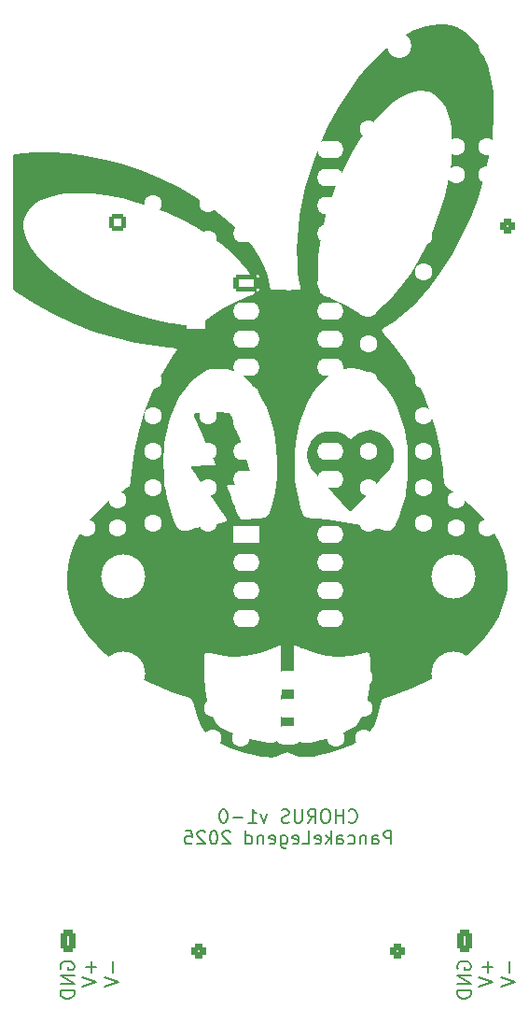
<source format=gbr>
%TF.GenerationSoftware,KiCad,Pcbnew,9.0.2*%
%TF.CreationDate,2025-07-31T20:58:52+10:00*%
%TF.ProjectId,Chorus,43686f72-7573-42e6-9b69-6361645f7063,1-0*%
%TF.SameCoordinates,Original*%
%TF.FileFunction,Legend,Bot*%
%TF.FilePolarity,Positive*%
%FSLAX46Y46*%
G04 Gerber Fmt 4.6, Leading zero omitted, Abs format (unit mm)*
G04 Created by KiCad (PCBNEW 9.0.2) date 2025-07-31 20:58:52*
%MOMM*%
%LPD*%
G01*
G04 APERTURE LIST*
G04 Aperture macros list*
%AMRoundRect*
0 Rectangle with rounded corners*
0 $1 Rounding radius*
0 $2 $3 $4 $5 $6 $7 $8 $9 X,Y pos of 4 corners*
0 Add a 4 corners polygon primitive as box body*
4,1,4,$2,$3,$4,$5,$6,$7,$8,$9,$2,$3,0*
0 Add four circle primitives for the rounded corners*
1,1,$1+$1,$2,$3*
1,1,$1+$1,$4,$5*
1,1,$1+$1,$6,$7*
1,1,$1+$1,$8,$9*
0 Add four rect primitives between the rounded corners*
20,1,$1+$1,$2,$3,$4,$5,0*
20,1,$1+$1,$4,$5,$6,$7,0*
20,1,$1+$1,$6,$7,$8,$9,0*
20,1,$1+$1,$8,$9,$2,$3,0*%
G04 Aperture macros list end*
%ADD10C,0.150000*%
%ADD11C,0.200000*%
%ADD12C,0.000000*%
%ADD13C,1.600000*%
%ADD14R,1.350000X1.900000*%
%ADD15O,1.350000X1.900000*%
%ADD16R,2.000000X2.000000*%
%ADD17C,2.200000*%
%ADD18R,1.800000X1.800000*%
%ADD19C,1.800000*%
%ADD20RoundRect,0.250000X-0.550000X-0.550000X0.550000X-0.550000X0.550000X0.550000X-0.550000X0.550000X0*%
%ADD21C,3.500000*%
%ADD22R,1.905000X2.000000*%
%ADD23O,1.905000X2.000000*%
%ADD24RoundRect,0.291666X-0.408334X-0.708334X0.408334X-0.708334X0.408334X0.708334X-0.408334X0.708334X0*%
%ADD25O,1.400000X2.000000*%
%ADD26R,2.400000X1.600000*%
%ADD27O,2.400000X1.600000*%
%ADD28C,4.000000*%
%ADD29O,1.800000X1.800000*%
%ADD30RoundRect,0.270833X0.379167X0.379167X-0.379167X0.379167X-0.379167X-0.379167X0.379167X-0.379167X0*%
%ADD31C,1.300000*%
%ADD32O,2.500000X1.700000*%
%ADD33RoundRect,0.250000X0.550000X0.550000X-0.550000X0.550000X-0.550000X-0.550000X0.550000X-0.550000X0*%
%ADD34RoundRect,0.250000X0.550000X-0.550000X0.550000X0.550000X-0.550000X0.550000X-0.550000X-0.550000X0*%
%ADD35RoundRect,0.250000X-0.950000X-0.550000X0.950000X-0.550000X0.950000X0.550000X-0.950000X0.550000X0*%
G04 APERTURE END LIST*
D10*
X155485714Y-132767091D02*
X155542857Y-132824234D01*
X155542857Y-132824234D02*
X155714285Y-132881376D01*
X155714285Y-132881376D02*
X155828571Y-132881376D01*
X155828571Y-132881376D02*
X156000000Y-132824234D01*
X156000000Y-132824234D02*
X156114285Y-132709948D01*
X156114285Y-132709948D02*
X156171428Y-132595662D01*
X156171428Y-132595662D02*
X156228571Y-132367091D01*
X156228571Y-132367091D02*
X156228571Y-132195662D01*
X156228571Y-132195662D02*
X156171428Y-131967091D01*
X156171428Y-131967091D02*
X156114285Y-131852805D01*
X156114285Y-131852805D02*
X156000000Y-131738519D01*
X156000000Y-131738519D02*
X155828571Y-131681376D01*
X155828571Y-131681376D02*
X155714285Y-131681376D01*
X155714285Y-131681376D02*
X155542857Y-131738519D01*
X155542857Y-131738519D02*
X155485714Y-131795662D01*
X154971428Y-132881376D02*
X154971428Y-131681376D01*
X154971428Y-132252805D02*
X154285714Y-132252805D01*
X154285714Y-132881376D02*
X154285714Y-131681376D01*
X153485714Y-131681376D02*
X153257142Y-131681376D01*
X153257142Y-131681376D02*
X153142857Y-131738519D01*
X153142857Y-131738519D02*
X153028571Y-131852805D01*
X153028571Y-131852805D02*
X152971428Y-132081376D01*
X152971428Y-132081376D02*
X152971428Y-132481376D01*
X152971428Y-132481376D02*
X153028571Y-132709948D01*
X153028571Y-132709948D02*
X153142857Y-132824234D01*
X153142857Y-132824234D02*
X153257142Y-132881376D01*
X153257142Y-132881376D02*
X153485714Y-132881376D01*
X153485714Y-132881376D02*
X153600000Y-132824234D01*
X153600000Y-132824234D02*
X153714285Y-132709948D01*
X153714285Y-132709948D02*
X153771428Y-132481376D01*
X153771428Y-132481376D02*
X153771428Y-132081376D01*
X153771428Y-132081376D02*
X153714285Y-131852805D01*
X153714285Y-131852805D02*
X153600000Y-131738519D01*
X153600000Y-131738519D02*
X153485714Y-131681376D01*
X151771428Y-132881376D02*
X152171428Y-132309948D01*
X152457142Y-132881376D02*
X152457142Y-131681376D01*
X152457142Y-131681376D02*
X151999999Y-131681376D01*
X151999999Y-131681376D02*
X151885714Y-131738519D01*
X151885714Y-131738519D02*
X151828571Y-131795662D01*
X151828571Y-131795662D02*
X151771428Y-131909948D01*
X151771428Y-131909948D02*
X151771428Y-132081376D01*
X151771428Y-132081376D02*
X151828571Y-132195662D01*
X151828571Y-132195662D02*
X151885714Y-132252805D01*
X151885714Y-132252805D02*
X151999999Y-132309948D01*
X151999999Y-132309948D02*
X152457142Y-132309948D01*
X151257142Y-131681376D02*
X151257142Y-132652805D01*
X151257142Y-132652805D02*
X151199999Y-132767091D01*
X151199999Y-132767091D02*
X151142857Y-132824234D01*
X151142857Y-132824234D02*
X151028571Y-132881376D01*
X151028571Y-132881376D02*
X150799999Y-132881376D01*
X150799999Y-132881376D02*
X150685714Y-132824234D01*
X150685714Y-132824234D02*
X150628571Y-132767091D01*
X150628571Y-132767091D02*
X150571428Y-132652805D01*
X150571428Y-132652805D02*
X150571428Y-131681376D01*
X150057142Y-132824234D02*
X149885714Y-132881376D01*
X149885714Y-132881376D02*
X149599999Y-132881376D01*
X149599999Y-132881376D02*
X149485714Y-132824234D01*
X149485714Y-132824234D02*
X149428571Y-132767091D01*
X149428571Y-132767091D02*
X149371428Y-132652805D01*
X149371428Y-132652805D02*
X149371428Y-132538519D01*
X149371428Y-132538519D02*
X149428571Y-132424234D01*
X149428571Y-132424234D02*
X149485714Y-132367091D01*
X149485714Y-132367091D02*
X149599999Y-132309948D01*
X149599999Y-132309948D02*
X149828571Y-132252805D01*
X149828571Y-132252805D02*
X149942856Y-132195662D01*
X149942856Y-132195662D02*
X149999999Y-132138519D01*
X149999999Y-132138519D02*
X150057142Y-132024234D01*
X150057142Y-132024234D02*
X150057142Y-131909948D01*
X150057142Y-131909948D02*
X149999999Y-131795662D01*
X149999999Y-131795662D02*
X149942856Y-131738519D01*
X149942856Y-131738519D02*
X149828571Y-131681376D01*
X149828571Y-131681376D02*
X149542856Y-131681376D01*
X149542856Y-131681376D02*
X149371428Y-131738519D01*
X148057142Y-132081376D02*
X147771428Y-132881376D01*
X147771428Y-132881376D02*
X147485713Y-132081376D01*
X146399999Y-132881376D02*
X147085713Y-132881376D01*
X146742856Y-132881376D02*
X146742856Y-131681376D01*
X146742856Y-131681376D02*
X146857142Y-131852805D01*
X146857142Y-131852805D02*
X146971427Y-131967091D01*
X146971427Y-131967091D02*
X147085713Y-132024234D01*
X145885713Y-132424234D02*
X144971428Y-132424234D01*
X144171428Y-131681376D02*
X144057142Y-131681376D01*
X144057142Y-131681376D02*
X143942856Y-131738519D01*
X143942856Y-131738519D02*
X143885714Y-131795662D01*
X143885714Y-131795662D02*
X143828571Y-131909948D01*
X143828571Y-131909948D02*
X143771428Y-132138519D01*
X143771428Y-132138519D02*
X143771428Y-132424234D01*
X143771428Y-132424234D02*
X143828571Y-132652805D01*
X143828571Y-132652805D02*
X143885714Y-132767091D01*
X143885714Y-132767091D02*
X143942856Y-132824234D01*
X143942856Y-132824234D02*
X144057142Y-132881376D01*
X144057142Y-132881376D02*
X144171428Y-132881376D01*
X144171428Y-132881376D02*
X144285714Y-132824234D01*
X144285714Y-132824234D02*
X144342856Y-132767091D01*
X144342856Y-132767091D02*
X144399999Y-132652805D01*
X144399999Y-132652805D02*
X144457142Y-132424234D01*
X144457142Y-132424234D02*
X144457142Y-132138519D01*
X144457142Y-132138519D02*
X144399999Y-131909948D01*
X144399999Y-131909948D02*
X144342856Y-131795662D01*
X144342856Y-131795662D02*
X144285714Y-131738519D01*
X144285714Y-131738519D02*
X144171428Y-131681376D01*
X159342855Y-134813309D02*
X159342855Y-133613309D01*
X159342855Y-133613309D02*
X158885712Y-133613309D01*
X158885712Y-133613309D02*
X158771427Y-133670452D01*
X158771427Y-133670452D02*
X158714284Y-133727595D01*
X158714284Y-133727595D02*
X158657141Y-133841881D01*
X158657141Y-133841881D02*
X158657141Y-134013309D01*
X158657141Y-134013309D02*
X158714284Y-134127595D01*
X158714284Y-134127595D02*
X158771427Y-134184738D01*
X158771427Y-134184738D02*
X158885712Y-134241881D01*
X158885712Y-134241881D02*
X159342855Y-134241881D01*
X157628570Y-134813309D02*
X157628570Y-134184738D01*
X157628570Y-134184738D02*
X157685712Y-134070452D01*
X157685712Y-134070452D02*
X157799998Y-134013309D01*
X157799998Y-134013309D02*
X158028570Y-134013309D01*
X158028570Y-134013309D02*
X158142855Y-134070452D01*
X157628570Y-134756167D02*
X157742855Y-134813309D01*
X157742855Y-134813309D02*
X158028570Y-134813309D01*
X158028570Y-134813309D02*
X158142855Y-134756167D01*
X158142855Y-134756167D02*
X158199998Y-134641881D01*
X158199998Y-134641881D02*
X158199998Y-134527595D01*
X158199998Y-134527595D02*
X158142855Y-134413309D01*
X158142855Y-134413309D02*
X158028570Y-134356167D01*
X158028570Y-134356167D02*
X157742855Y-134356167D01*
X157742855Y-134356167D02*
X157628570Y-134299024D01*
X157057141Y-134013309D02*
X157057141Y-134813309D01*
X157057141Y-134127595D02*
X156999998Y-134070452D01*
X156999998Y-134070452D02*
X156885713Y-134013309D01*
X156885713Y-134013309D02*
X156714284Y-134013309D01*
X156714284Y-134013309D02*
X156599998Y-134070452D01*
X156599998Y-134070452D02*
X156542856Y-134184738D01*
X156542856Y-134184738D02*
X156542856Y-134813309D01*
X155457142Y-134756167D02*
X155571427Y-134813309D01*
X155571427Y-134813309D02*
X155799999Y-134813309D01*
X155799999Y-134813309D02*
X155914284Y-134756167D01*
X155914284Y-134756167D02*
X155971427Y-134699024D01*
X155971427Y-134699024D02*
X156028570Y-134584738D01*
X156028570Y-134584738D02*
X156028570Y-134241881D01*
X156028570Y-134241881D02*
X155971427Y-134127595D01*
X155971427Y-134127595D02*
X155914284Y-134070452D01*
X155914284Y-134070452D02*
X155799999Y-134013309D01*
X155799999Y-134013309D02*
X155571427Y-134013309D01*
X155571427Y-134013309D02*
X155457142Y-134070452D01*
X154428571Y-134813309D02*
X154428571Y-134184738D01*
X154428571Y-134184738D02*
X154485713Y-134070452D01*
X154485713Y-134070452D02*
X154599999Y-134013309D01*
X154599999Y-134013309D02*
X154828571Y-134013309D01*
X154828571Y-134013309D02*
X154942856Y-134070452D01*
X154428571Y-134756167D02*
X154542856Y-134813309D01*
X154542856Y-134813309D02*
X154828571Y-134813309D01*
X154828571Y-134813309D02*
X154942856Y-134756167D01*
X154942856Y-134756167D02*
X154999999Y-134641881D01*
X154999999Y-134641881D02*
X154999999Y-134527595D01*
X154999999Y-134527595D02*
X154942856Y-134413309D01*
X154942856Y-134413309D02*
X154828571Y-134356167D01*
X154828571Y-134356167D02*
X154542856Y-134356167D01*
X154542856Y-134356167D02*
X154428571Y-134299024D01*
X153857142Y-134813309D02*
X153857142Y-133613309D01*
X153742857Y-134356167D02*
X153399999Y-134813309D01*
X153399999Y-134013309D02*
X153857142Y-134470452D01*
X152428570Y-134756167D02*
X152542856Y-134813309D01*
X152542856Y-134813309D02*
X152771428Y-134813309D01*
X152771428Y-134813309D02*
X152885713Y-134756167D01*
X152885713Y-134756167D02*
X152942856Y-134641881D01*
X152942856Y-134641881D02*
X152942856Y-134184738D01*
X152942856Y-134184738D02*
X152885713Y-134070452D01*
X152885713Y-134070452D02*
X152771428Y-134013309D01*
X152771428Y-134013309D02*
X152542856Y-134013309D01*
X152542856Y-134013309D02*
X152428570Y-134070452D01*
X152428570Y-134070452D02*
X152371428Y-134184738D01*
X152371428Y-134184738D02*
X152371428Y-134299024D01*
X152371428Y-134299024D02*
X152942856Y-134413309D01*
X151285714Y-134813309D02*
X151857142Y-134813309D01*
X151857142Y-134813309D02*
X151857142Y-133613309D01*
X150428570Y-134756167D02*
X150542856Y-134813309D01*
X150542856Y-134813309D02*
X150771428Y-134813309D01*
X150771428Y-134813309D02*
X150885713Y-134756167D01*
X150885713Y-134756167D02*
X150942856Y-134641881D01*
X150942856Y-134641881D02*
X150942856Y-134184738D01*
X150942856Y-134184738D02*
X150885713Y-134070452D01*
X150885713Y-134070452D02*
X150771428Y-134013309D01*
X150771428Y-134013309D02*
X150542856Y-134013309D01*
X150542856Y-134013309D02*
X150428570Y-134070452D01*
X150428570Y-134070452D02*
X150371428Y-134184738D01*
X150371428Y-134184738D02*
X150371428Y-134299024D01*
X150371428Y-134299024D02*
X150942856Y-134413309D01*
X149342857Y-134013309D02*
X149342857Y-134984738D01*
X149342857Y-134984738D02*
X149399999Y-135099024D01*
X149399999Y-135099024D02*
X149457142Y-135156167D01*
X149457142Y-135156167D02*
X149571428Y-135213309D01*
X149571428Y-135213309D02*
X149742857Y-135213309D01*
X149742857Y-135213309D02*
X149857142Y-135156167D01*
X149342857Y-134756167D02*
X149457142Y-134813309D01*
X149457142Y-134813309D02*
X149685714Y-134813309D01*
X149685714Y-134813309D02*
X149799999Y-134756167D01*
X149799999Y-134756167D02*
X149857142Y-134699024D01*
X149857142Y-134699024D02*
X149914285Y-134584738D01*
X149914285Y-134584738D02*
X149914285Y-134241881D01*
X149914285Y-134241881D02*
X149857142Y-134127595D01*
X149857142Y-134127595D02*
X149799999Y-134070452D01*
X149799999Y-134070452D02*
X149685714Y-134013309D01*
X149685714Y-134013309D02*
X149457142Y-134013309D01*
X149457142Y-134013309D02*
X149342857Y-134070452D01*
X148314285Y-134756167D02*
X148428571Y-134813309D01*
X148428571Y-134813309D02*
X148657143Y-134813309D01*
X148657143Y-134813309D02*
X148771428Y-134756167D01*
X148771428Y-134756167D02*
X148828571Y-134641881D01*
X148828571Y-134641881D02*
X148828571Y-134184738D01*
X148828571Y-134184738D02*
X148771428Y-134070452D01*
X148771428Y-134070452D02*
X148657143Y-134013309D01*
X148657143Y-134013309D02*
X148428571Y-134013309D01*
X148428571Y-134013309D02*
X148314285Y-134070452D01*
X148314285Y-134070452D02*
X148257143Y-134184738D01*
X148257143Y-134184738D02*
X148257143Y-134299024D01*
X148257143Y-134299024D02*
X148828571Y-134413309D01*
X147742857Y-134013309D02*
X147742857Y-134813309D01*
X147742857Y-134127595D02*
X147685714Y-134070452D01*
X147685714Y-134070452D02*
X147571429Y-134013309D01*
X147571429Y-134013309D02*
X147400000Y-134013309D01*
X147400000Y-134013309D02*
X147285714Y-134070452D01*
X147285714Y-134070452D02*
X147228572Y-134184738D01*
X147228572Y-134184738D02*
X147228572Y-134813309D01*
X146142858Y-134813309D02*
X146142858Y-133613309D01*
X146142858Y-134756167D02*
X146257143Y-134813309D01*
X146257143Y-134813309D02*
X146485715Y-134813309D01*
X146485715Y-134813309D02*
X146600000Y-134756167D01*
X146600000Y-134756167D02*
X146657143Y-134699024D01*
X146657143Y-134699024D02*
X146714286Y-134584738D01*
X146714286Y-134584738D02*
X146714286Y-134241881D01*
X146714286Y-134241881D02*
X146657143Y-134127595D01*
X146657143Y-134127595D02*
X146600000Y-134070452D01*
X146600000Y-134070452D02*
X146485715Y-134013309D01*
X146485715Y-134013309D02*
X146257143Y-134013309D01*
X146257143Y-134013309D02*
X146142858Y-134070452D01*
X144714286Y-133727595D02*
X144657143Y-133670452D01*
X144657143Y-133670452D02*
X144542858Y-133613309D01*
X144542858Y-133613309D02*
X144257143Y-133613309D01*
X144257143Y-133613309D02*
X144142858Y-133670452D01*
X144142858Y-133670452D02*
X144085715Y-133727595D01*
X144085715Y-133727595D02*
X144028572Y-133841881D01*
X144028572Y-133841881D02*
X144028572Y-133956167D01*
X144028572Y-133956167D02*
X144085715Y-134127595D01*
X144085715Y-134127595D02*
X144771429Y-134813309D01*
X144771429Y-134813309D02*
X144028572Y-134813309D01*
X143285715Y-133613309D02*
X143171429Y-133613309D01*
X143171429Y-133613309D02*
X143057143Y-133670452D01*
X143057143Y-133670452D02*
X143000001Y-133727595D01*
X143000001Y-133727595D02*
X142942858Y-133841881D01*
X142942858Y-133841881D02*
X142885715Y-134070452D01*
X142885715Y-134070452D02*
X142885715Y-134356167D01*
X142885715Y-134356167D02*
X142942858Y-134584738D01*
X142942858Y-134584738D02*
X143000001Y-134699024D01*
X143000001Y-134699024D02*
X143057143Y-134756167D01*
X143057143Y-134756167D02*
X143171429Y-134813309D01*
X143171429Y-134813309D02*
X143285715Y-134813309D01*
X143285715Y-134813309D02*
X143400001Y-134756167D01*
X143400001Y-134756167D02*
X143457143Y-134699024D01*
X143457143Y-134699024D02*
X143514286Y-134584738D01*
X143514286Y-134584738D02*
X143571429Y-134356167D01*
X143571429Y-134356167D02*
X143571429Y-134070452D01*
X143571429Y-134070452D02*
X143514286Y-133841881D01*
X143514286Y-133841881D02*
X143457143Y-133727595D01*
X143457143Y-133727595D02*
X143400001Y-133670452D01*
X143400001Y-133670452D02*
X143285715Y-133613309D01*
X142428572Y-133727595D02*
X142371429Y-133670452D01*
X142371429Y-133670452D02*
X142257144Y-133613309D01*
X142257144Y-133613309D02*
X141971429Y-133613309D01*
X141971429Y-133613309D02*
X141857144Y-133670452D01*
X141857144Y-133670452D02*
X141800001Y-133727595D01*
X141800001Y-133727595D02*
X141742858Y-133841881D01*
X141742858Y-133841881D02*
X141742858Y-133956167D01*
X141742858Y-133956167D02*
X141800001Y-134127595D01*
X141800001Y-134127595D02*
X142485715Y-134813309D01*
X142485715Y-134813309D02*
X141742858Y-134813309D01*
X140657144Y-133613309D02*
X141228572Y-133613309D01*
X141228572Y-133613309D02*
X141285715Y-134184738D01*
X141285715Y-134184738D02*
X141228572Y-134127595D01*
X141228572Y-134127595D02*
X141114287Y-134070452D01*
X141114287Y-134070452D02*
X140828572Y-134070452D01*
X140828572Y-134070452D02*
X140714287Y-134127595D01*
X140714287Y-134127595D02*
X140657144Y-134184738D01*
X140657144Y-134184738D02*
X140600001Y-134299024D01*
X140600001Y-134299024D02*
X140600001Y-134584738D01*
X140600001Y-134584738D02*
X140657144Y-134699024D01*
X140657144Y-134699024D02*
X140714287Y-134756167D01*
X140714287Y-134756167D02*
X140828572Y-134813309D01*
X140828572Y-134813309D02*
X141114287Y-134813309D01*
X141114287Y-134813309D02*
X141228572Y-134756167D01*
X141228572Y-134756167D02*
X141285715Y-134699024D01*
D11*
X168093316Y-145483958D02*
X168093316Y-146451578D01*
X168577126Y-145967768D02*
X167609507Y-145967768D01*
X167307126Y-146874911D02*
X168577126Y-147298244D01*
X168577126Y-147298244D02*
X167307126Y-147721578D01*
X165367602Y-146149197D02*
X165307126Y-146028244D01*
X165307126Y-146028244D02*
X165307126Y-145846816D01*
X165307126Y-145846816D02*
X165367602Y-145665387D01*
X165367602Y-145665387D02*
X165488554Y-145544435D01*
X165488554Y-145544435D02*
X165609507Y-145483958D01*
X165609507Y-145483958D02*
X165851411Y-145423482D01*
X165851411Y-145423482D02*
X166032840Y-145423482D01*
X166032840Y-145423482D02*
X166274745Y-145483958D01*
X166274745Y-145483958D02*
X166395697Y-145544435D01*
X166395697Y-145544435D02*
X166516650Y-145665387D01*
X166516650Y-145665387D02*
X166577126Y-145846816D01*
X166577126Y-145846816D02*
X166577126Y-145967768D01*
X166577126Y-145967768D02*
X166516650Y-146149197D01*
X166516650Y-146149197D02*
X166456173Y-146209673D01*
X166456173Y-146209673D02*
X166032840Y-146209673D01*
X166032840Y-146209673D02*
X166032840Y-145967768D01*
X166577126Y-146753958D02*
X165307126Y-146753958D01*
X165307126Y-146753958D02*
X166577126Y-147479673D01*
X166577126Y-147479673D02*
X165307126Y-147479673D01*
X166577126Y-148084434D02*
X165307126Y-148084434D01*
X165307126Y-148084434D02*
X165307126Y-148386815D01*
X165307126Y-148386815D02*
X165367602Y-148568244D01*
X165367602Y-148568244D02*
X165488554Y-148689196D01*
X165488554Y-148689196D02*
X165609507Y-148749673D01*
X165609507Y-148749673D02*
X165851411Y-148810149D01*
X165851411Y-148810149D02*
X166032840Y-148810149D01*
X166032840Y-148810149D02*
X166274745Y-148749673D01*
X166274745Y-148749673D02*
X166395697Y-148689196D01*
X166395697Y-148689196D02*
X166516650Y-148568244D01*
X166516650Y-148568244D02*
X166577126Y-148386815D01*
X166577126Y-148386815D02*
X166577126Y-148084434D01*
X170093316Y-145483958D02*
X170093316Y-146451578D01*
X169307126Y-146874911D02*
X170577126Y-147298244D01*
X170577126Y-147298244D02*
X169307126Y-147721578D01*
X132093316Y-145483958D02*
X132093316Y-146451578D01*
X132577126Y-145967768D02*
X131609507Y-145967768D01*
X131307126Y-146874911D02*
X132577126Y-147298244D01*
X132577126Y-147298244D02*
X131307126Y-147721578D01*
X134093316Y-145483958D02*
X134093316Y-146451578D01*
X133307126Y-146874911D02*
X134577126Y-147298244D01*
X134577126Y-147298244D02*
X133307126Y-147721578D01*
X129367602Y-146149197D02*
X129307126Y-146028244D01*
X129307126Y-146028244D02*
X129307126Y-145846816D01*
X129307126Y-145846816D02*
X129367602Y-145665387D01*
X129367602Y-145665387D02*
X129488554Y-145544435D01*
X129488554Y-145544435D02*
X129609507Y-145483958D01*
X129609507Y-145483958D02*
X129851411Y-145423482D01*
X129851411Y-145423482D02*
X130032840Y-145423482D01*
X130032840Y-145423482D02*
X130274745Y-145483958D01*
X130274745Y-145483958D02*
X130395697Y-145544435D01*
X130395697Y-145544435D02*
X130516650Y-145665387D01*
X130516650Y-145665387D02*
X130577126Y-145846816D01*
X130577126Y-145846816D02*
X130577126Y-145967768D01*
X130577126Y-145967768D02*
X130516650Y-146149197D01*
X130516650Y-146149197D02*
X130456173Y-146209673D01*
X130456173Y-146209673D02*
X130032840Y-146209673D01*
X130032840Y-146209673D02*
X130032840Y-145967768D01*
X130577126Y-146753958D02*
X129307126Y-146753958D01*
X129307126Y-146753958D02*
X130577126Y-147479673D01*
X130577126Y-147479673D02*
X129307126Y-147479673D01*
X130577126Y-148084434D02*
X129307126Y-148084434D01*
X129307126Y-148084434D02*
X129307126Y-148386815D01*
X129307126Y-148386815D02*
X129367602Y-148568244D01*
X129367602Y-148568244D02*
X129488554Y-148689196D01*
X129488554Y-148689196D02*
X129609507Y-148749673D01*
X129609507Y-148749673D02*
X129851411Y-148810149D01*
X129851411Y-148810149D02*
X130032840Y-148810149D01*
X130032840Y-148810149D02*
X130274745Y-148749673D01*
X130274745Y-148749673D02*
X130395697Y-148689196D01*
X130395697Y-148689196D02*
X130516650Y-148568244D01*
X130516650Y-148568244D02*
X130577126Y-148386815D01*
X130577126Y-148386815D02*
X130577126Y-148084434D01*
D12*
%TO.C,G\u002A\u002A\u002A*%
G36*
X157755416Y-97337995D02*
G01*
X158274337Y-97514192D01*
X158754136Y-97813767D01*
X159155378Y-98210031D01*
X159438625Y-98676294D01*
X159561117Y-99086980D01*
X159601723Y-99623517D01*
X159529106Y-100150433D01*
X159346178Y-100606859D01*
X159328168Y-100634821D01*
X159191803Y-100813018D01*
X158960256Y-101091009D01*
X158650050Y-101449861D01*
X158277709Y-101870642D01*
X157859757Y-102334418D01*
X157412717Y-102822255D01*
X157249773Y-102998241D01*
X156826344Y-103452160D01*
X156444892Y-103856250D01*
X156119932Y-104195452D01*
X155865976Y-104454704D01*
X155697537Y-104618946D01*
X155629129Y-104673117D01*
X155563838Y-104617055D01*
X155397642Y-104450329D01*
X155150723Y-104192404D01*
X154840404Y-103862217D01*
X154484008Y-103478707D01*
X154098858Y-103060811D01*
X153702278Y-102627468D01*
X153311592Y-102197616D01*
X152944123Y-101790194D01*
X152617195Y-101424138D01*
X152348130Y-101118387D01*
X152154254Y-100891880D01*
X152052888Y-100763555D01*
X152009631Y-100697368D01*
X151759192Y-100152720D01*
X151673550Y-99582618D01*
X151753021Y-99000448D01*
X151997918Y-98419600D01*
X152134849Y-98210053D01*
X152536348Y-97799406D01*
X153028212Y-97506308D01*
X153576002Y-97348042D01*
X154145275Y-97341893D01*
X154508867Y-97429915D01*
X154902980Y-97588367D01*
X155259068Y-97785919D01*
X155512231Y-97991716D01*
X155588621Y-98066038D01*
X155673272Y-98085170D01*
X155794506Y-98017498D01*
X155997228Y-97849893D01*
X156148907Y-97735003D01*
X156554969Y-97514379D01*
X157000278Y-97360233D01*
X157408334Y-97302253D01*
X157755416Y-97337995D01*
G37*
G36*
X168418614Y-71519979D02*
G01*
X168239414Y-72529301D01*
X167808482Y-74358323D01*
X167248521Y-76172938D01*
X166569324Y-77952536D01*
X165780685Y-79676502D01*
X164892395Y-81324224D01*
X163914248Y-82875091D01*
X162856037Y-84308489D01*
X161727553Y-85603805D01*
X161605040Y-85730380D01*
X161149567Y-86172120D01*
X160649747Y-86620553D01*
X160137584Y-87049522D01*
X159645079Y-87432871D01*
X159204235Y-87744444D01*
X158847054Y-87958086D01*
X158767209Y-88000712D01*
X158570794Y-88122330D01*
X158466406Y-88213045D01*
X158468110Y-88248604D01*
X158548920Y-88394307D01*
X158713463Y-88613046D01*
X158938681Y-88872620D01*
X159684670Y-89745096D01*
X160635501Y-91062493D01*
X161488805Y-92495442D01*
X162236631Y-94025351D01*
X162871029Y-95633627D01*
X163384049Y-97301676D01*
X163767741Y-99010905D01*
X163909846Y-100009628D01*
X164014155Y-100742722D01*
X164041309Y-101017372D01*
X164088449Y-101499914D01*
X164129865Y-101854773D01*
X164177641Y-102109682D01*
X164243862Y-102292374D01*
X164340615Y-102430582D01*
X164479984Y-102552038D01*
X164674054Y-102684475D01*
X164934911Y-102855627D01*
X165949748Y-103597468D01*
X166948791Y-104477724D01*
X167811158Y-105410970D01*
X168532195Y-106388881D01*
X169107249Y-107403131D01*
X169531666Y-108445396D01*
X169800793Y-109507349D01*
X169909976Y-110580665D01*
X169854561Y-111657018D01*
X169772988Y-112170278D01*
X169508729Y-113196399D01*
X169110458Y-114173001D01*
X168569520Y-115116328D01*
X167877261Y-116042626D01*
X167025026Y-116968140D01*
X166223292Y-117712960D01*
X165166404Y-118549898D01*
X164861246Y-118751042D01*
X164015663Y-119308405D01*
X162753170Y-119999041D01*
X161361027Y-120632368D01*
X159821334Y-121218949D01*
X158551334Y-121663392D01*
X158329800Y-122458909D01*
X158146560Y-123085339D01*
X157956538Y-123645518D01*
X157766348Y-124093030D01*
X157561712Y-124456817D01*
X157328355Y-124765817D01*
X157051997Y-125048969D01*
X156851425Y-125212363D01*
X156390448Y-125503677D01*
X155807473Y-125798057D01*
X155131536Y-126083655D01*
X154391675Y-126348621D01*
X153616929Y-126581105D01*
X152836334Y-126769259D01*
X152314862Y-126862775D01*
X151586450Y-126929417D01*
X150970576Y-126900050D01*
X150476799Y-126775421D01*
X150114675Y-126556279D01*
X150100188Y-126543392D01*
X150009583Y-126486771D01*
X149897920Y-126486183D01*
X149722539Y-126549837D01*
X149440781Y-126685940D01*
X149100336Y-126838017D01*
X148772603Y-126925522D01*
X148412277Y-126949745D01*
X148162448Y-126940663D01*
X147555626Y-126868569D01*
X146856112Y-126733045D01*
X146102566Y-126544287D01*
X145333645Y-126312493D01*
X144588006Y-126047862D01*
X143904308Y-125760589D01*
X143901218Y-125759163D01*
X143339621Y-125460087D01*
X142866139Y-125113112D01*
X142467121Y-124697923D01*
X142128914Y-124194206D01*
X141837867Y-123581647D01*
X141580327Y-122839931D01*
X141342644Y-121948744D01*
X141319760Y-121862909D01*
X141276509Y-121771323D01*
X141195684Y-121691232D01*
X141052795Y-121609233D01*
X140823346Y-121511924D01*
X140482847Y-121385902D01*
X140006803Y-121217763D01*
X139266064Y-120949660D01*
X138312538Y-120572242D01*
X137451856Y-120186563D01*
X136640055Y-119772525D01*
X135833168Y-119310035D01*
X135632872Y-119188591D01*
X135286265Y-118970132D01*
X142372349Y-118970132D01*
X142381399Y-119484967D01*
X142402306Y-120001954D01*
X142434680Y-120490321D01*
X142478134Y-120919295D01*
X142532280Y-121258106D01*
X142668427Y-121848369D01*
X142864987Y-122540772D01*
X143076804Y-123131594D01*
X143295517Y-123598156D01*
X143512766Y-123917782D01*
X143557998Y-123965688D01*
X143915053Y-124249503D01*
X144415280Y-124534263D01*
X145036675Y-124811010D01*
X145757232Y-125070785D01*
X146554947Y-125304629D01*
X147407816Y-125503584D01*
X147762348Y-125574832D01*
X148101113Y-125635430D01*
X148339501Y-125661574D01*
X148514174Y-125654306D01*
X148661791Y-125614667D01*
X148819014Y-125543701D01*
X148903893Y-125501673D01*
X149011781Y-125441839D01*
X149101380Y-125371252D01*
X149174388Y-125275444D01*
X149232503Y-125139947D01*
X149277422Y-124950294D01*
X149310844Y-124692016D01*
X149334466Y-124350647D01*
X149349986Y-123911717D01*
X149359101Y-123360760D01*
X149363511Y-122683306D01*
X149364911Y-121864890D01*
X149365000Y-120891042D01*
X149364997Y-120887130D01*
X150465667Y-120887130D01*
X150465667Y-120891042D01*
X150465699Y-121535533D01*
X150466639Y-122414355D01*
X150470151Y-123146717D01*
X150477927Y-123746889D01*
X150491659Y-124229145D01*
X150513038Y-124607755D01*
X150543755Y-124896991D01*
X150585503Y-125111125D01*
X150639974Y-125264428D01*
X150708857Y-125371172D01*
X150793846Y-125445628D01*
X150896631Y-125502069D01*
X151018904Y-125554765D01*
X151074479Y-125577464D01*
X151255439Y-125636506D01*
X151440424Y-125660530D01*
X151669560Y-125648242D01*
X151982972Y-125598347D01*
X152420786Y-125509552D01*
X152559386Y-125479620D01*
X153416208Y-125267360D01*
X154206984Y-125025131D01*
X154911139Y-124761339D01*
X155508105Y-124484395D01*
X155977307Y-124202707D01*
X156298176Y-123924682D01*
X156443552Y-123728538D01*
X156680332Y-123280086D01*
X156906517Y-122694121D01*
X157114733Y-121990811D01*
X157297608Y-121190329D01*
X157314280Y-121099514D01*
X157364561Y-120723664D01*
X157404182Y-120270000D01*
X157432722Y-119769415D01*
X157449760Y-119252799D01*
X157454876Y-118751042D01*
X157447649Y-118295037D01*
X157427659Y-117915675D01*
X157394485Y-117643846D01*
X157347707Y-117510442D01*
X157275070Y-117471096D01*
X157126493Y-117464674D01*
X156878919Y-117503119D01*
X156501040Y-117589350D01*
X155748844Y-117739815D01*
X154613770Y-117833345D01*
X153505064Y-117759259D01*
X152420991Y-117517392D01*
X151359816Y-117107582D01*
X151218280Y-117042787D01*
X150918733Y-116917802D01*
X150688950Y-116838577D01*
X150569879Y-116820020D01*
X150549261Y-116850666D01*
X150527280Y-116960359D01*
X150509179Y-117160042D01*
X150494665Y-117461129D01*
X150483446Y-117875035D01*
X150475229Y-118413174D01*
X150469722Y-119086960D01*
X150466632Y-119907807D01*
X150465667Y-120887130D01*
X149364997Y-120887130D01*
X149364199Y-119974899D01*
X149361374Y-119147447D01*
X149356215Y-118467148D01*
X149348418Y-117922246D01*
X149337678Y-117500985D01*
X149323688Y-117191607D01*
X149306143Y-116982357D01*
X149284738Y-116861477D01*
X149259167Y-116817212D01*
X149193229Y-116817248D01*
X149001108Y-116872186D01*
X148756528Y-116978738D01*
X147937326Y-117341137D01*
X147060019Y-117610522D01*
X146141651Y-117764309D01*
X145131667Y-117814149D01*
X144736974Y-117809523D01*
X144263327Y-117780145D01*
X143833442Y-117716286D01*
X143373992Y-117609405D01*
X143347366Y-117602415D01*
X142970050Y-117509552D01*
X142721147Y-117465271D01*
X142569760Y-117466062D01*
X142484992Y-117508416D01*
X142462465Y-117547747D01*
X142420212Y-117746256D01*
X142391367Y-118070004D01*
X142375542Y-118488220D01*
X142372349Y-118970132D01*
X135286265Y-118970132D01*
X134982661Y-118778777D01*
X134429434Y-118398251D01*
X133928887Y-118013488D01*
X133436713Y-117590964D01*
X132908608Y-117097157D01*
X132659226Y-116850234D01*
X131801167Y-115878100D01*
X131101037Y-114871486D01*
X130560189Y-113836452D01*
X130179976Y-112779057D01*
X129961752Y-111705364D01*
X129906871Y-110621431D01*
X130016687Y-109533321D01*
X130292552Y-108447093D01*
X130735821Y-107368809D01*
X131096286Y-106704685D01*
X131822533Y-105645339D01*
X132705259Y-104643919D01*
X133741759Y-103703352D01*
X134929334Y-102826563D01*
X135106935Y-102707754D01*
X135368976Y-102532183D01*
X135553665Y-102408076D01*
X135629201Y-102356780D01*
X135643610Y-102282649D01*
X135669656Y-102070832D01*
X135702822Y-101755652D01*
X135739276Y-101371394D01*
X135761492Y-101137414D01*
X135856306Y-100450919D01*
X138685744Y-100450919D01*
X138697138Y-101146352D01*
X138728482Y-101782273D01*
X138779767Y-102304079D01*
X138868736Y-102839114D01*
X138998824Y-103443560D01*
X139156523Y-104057400D01*
X139332454Y-104651160D01*
X139517238Y-105195366D01*
X139701495Y-105660545D01*
X139875848Y-106017223D01*
X140030918Y-106235926D01*
X140181358Y-106348052D01*
X140425024Y-106417404D01*
X140751969Y-106401001D01*
X141194667Y-106300647D01*
X141268832Y-106280658D01*
X141610966Y-106195503D01*
X142055422Y-106092122D01*
X142552910Y-105981778D01*
X143054143Y-105875734D01*
X143439872Y-105795981D01*
X143846627Y-105709400D01*
X144127342Y-105644023D01*
X144305242Y-105592871D01*
X144403556Y-105548962D01*
X144445511Y-105505317D01*
X144454334Y-105454955D01*
X144433912Y-105414069D01*
X144328133Y-105248108D01*
X144142449Y-104972043D01*
X143888438Y-104602667D01*
X143577683Y-104156773D01*
X143221762Y-103651157D01*
X142832257Y-103102611D01*
X142582666Y-102751446D01*
X142209374Y-102221832D01*
X141875349Y-101742606D01*
X141592565Y-101331241D01*
X141372994Y-101005205D01*
X141228609Y-100781971D01*
X141171382Y-100679009D01*
X141166537Y-100627509D01*
X141202320Y-100583597D01*
X141306998Y-100555275D01*
X141505676Y-100539193D01*
X141823461Y-100532000D01*
X142285459Y-100530347D01*
X142411344Y-100530157D01*
X142814576Y-100526776D01*
X143140630Y-100519815D01*
X143358788Y-100510120D01*
X143438334Y-100498539D01*
X143436392Y-100492331D01*
X143387048Y-100376566D01*
X143277762Y-100130686D01*
X143117374Y-99774274D01*
X142914721Y-99326918D01*
X142678644Y-98808200D01*
X142417980Y-98237707D01*
X142361226Y-98113420D01*
X142105326Y-97545090D01*
X141877706Y-97026835D01*
X141687078Y-96579410D01*
X141542151Y-96223572D01*
X141451635Y-95980078D01*
X141424241Y-95869682D01*
X141432650Y-95844397D01*
X141479541Y-95801035D01*
X141584436Y-95768895D01*
X141769601Y-95745730D01*
X142057302Y-95729292D01*
X142469804Y-95717330D01*
X143029374Y-95707599D01*
X143564124Y-95701639D01*
X144003726Y-95702484D01*
X144317622Y-95712271D01*
X144528476Y-95732348D01*
X144658954Y-95764060D01*
X144731719Y-95808755D01*
X144783963Y-95910401D01*
X144880627Y-96150942D01*
X145013830Y-96508363D01*
X145176425Y-96961349D01*
X145361261Y-97488588D01*
X145561193Y-98068763D01*
X145769070Y-98680563D01*
X145977745Y-99302672D01*
X146180070Y-99913776D01*
X146368896Y-100492562D01*
X146537075Y-101017716D01*
X146677459Y-101467923D01*
X146782899Y-101821869D01*
X146846247Y-102058240D01*
X146860356Y-102155723D01*
X146846326Y-102164586D01*
X146702245Y-102190041D01*
X146430990Y-102210597D01*
X146064489Y-102224337D01*
X145634670Y-102229344D01*
X145319619Y-102230722D01*
X144912959Y-102239987D01*
X144645630Y-102259421D01*
X144498913Y-102290707D01*
X144454087Y-102335531D01*
X144468003Y-102409408D01*
X144536293Y-102629427D01*
X144649983Y-102950907D01*
X144796134Y-103341218D01*
X144961807Y-103767729D01*
X145134063Y-104197811D01*
X145299961Y-104598833D01*
X145446563Y-104938165D01*
X145560930Y-105183177D01*
X145630121Y-105301238D01*
X145664844Y-105333468D01*
X145747606Y-105378863D01*
X145875475Y-105401469D01*
X146079256Y-105402357D01*
X146389752Y-105382598D01*
X146837771Y-105343266D01*
X146978988Y-105329921D01*
X147447778Y-105276552D01*
X147783910Y-105211835D01*
X148016589Y-105120506D01*
X148175021Y-104987304D01*
X148288411Y-104796968D01*
X148385964Y-104534236D01*
X148471057Y-104261974D01*
X148778751Y-102972208D01*
X148955741Y-101624834D01*
X148994627Y-100503060D01*
X150557866Y-100503060D01*
X150624437Y-101816923D01*
X150807839Y-103102857D01*
X151109898Y-104332418D01*
X151119786Y-104364858D01*
X151238211Y-104716039D01*
X151363443Y-104961653D01*
X151527976Y-105123664D01*
X151764306Y-105224037D01*
X152104927Y-105284739D01*
X152582334Y-105327735D01*
X153521456Y-105413865D01*
X155069439Y-105617376D01*
X156624610Y-105891800D01*
X158104512Y-106223757D01*
X158217017Y-106252072D01*
X158540889Y-106333405D01*
X158795086Y-106396986D01*
X158932334Y-106430979D01*
X158975221Y-106439208D01*
X159250107Y-106398314D01*
X159511062Y-106210707D01*
X159729656Y-105895480D01*
X159841716Y-105657128D01*
X160063292Y-105105856D01*
X160280971Y-104472014D01*
X160476168Y-103811622D01*
X160630299Y-103180696D01*
X160681126Y-102908903D01*
X160764440Y-102275257D01*
X160824928Y-101547794D01*
X160860705Y-100776068D01*
X160869888Y-100009628D01*
X160850594Y-99298028D01*
X160800941Y-98690820D01*
X160771915Y-98466704D01*
X160563773Y-97315123D01*
X160270817Y-96242325D01*
X159900277Y-95258306D01*
X159459383Y-94373060D01*
X158955363Y-93596583D01*
X158395447Y-92938870D01*
X157786864Y-92409917D01*
X157136844Y-92019718D01*
X156452616Y-91778269D01*
X155741408Y-91695564D01*
X155510731Y-91703445D01*
X154779201Y-91837385D01*
X154081418Y-92134295D01*
X153421833Y-92590651D01*
X152804894Y-93202933D01*
X152235052Y-93967617D01*
X151716756Y-94881183D01*
X151423370Y-95537201D01*
X151040879Y-96678340D01*
X150767914Y-97905325D01*
X150606301Y-99189713D01*
X150567234Y-100249042D01*
X150557866Y-100503060D01*
X148994627Y-100503060D01*
X149003432Y-100249042D01*
X148923229Y-98874023D01*
X148716536Y-97528968D01*
X148384759Y-96243067D01*
X147929302Y-95045511D01*
X147909430Y-95001944D01*
X147491783Y-94225053D01*
X146990179Y-93509647D01*
X146428633Y-92882720D01*
X145831163Y-92371268D01*
X145221787Y-92002285D01*
X144997023Y-91899684D01*
X144759870Y-91813092D01*
X144521979Y-91764341D01*
X144227188Y-91742851D01*
X143819334Y-91738039D01*
X143425406Y-91741974D01*
X143134005Y-91761581D01*
X142900359Y-91808252D01*
X142668023Y-91893374D01*
X142380552Y-92028338D01*
X141861365Y-92337171D01*
X141229260Y-92871798D01*
X140647251Y-93546123D01*
X140123641Y-94345241D01*
X139666736Y-95254247D01*
X139284841Y-96258237D01*
X138986260Y-97342307D01*
X138779297Y-98491551D01*
X138771322Y-98553588D01*
X138722829Y-99099934D01*
X138694305Y-99750579D01*
X138685744Y-100450919D01*
X135856306Y-100450919D01*
X136027313Y-99212757D01*
X136433548Y-97352365D01*
X136976511Y-95566955D01*
X137652511Y-93867246D01*
X138457859Y-92263953D01*
X139388868Y-90767796D01*
X139533016Y-90554411D01*
X139713208Y-90272631D01*
X139836584Y-90060263D01*
X139882334Y-89951724D01*
X139881732Y-89946319D01*
X139783812Y-89886540D01*
X139521492Y-89835288D01*
X139099167Y-89793452D01*
X137977565Y-89683204D01*
X136081066Y-89377343D01*
X134172553Y-88926964D01*
X132278180Y-88341504D01*
X130424103Y-87630401D01*
X128636476Y-86803094D01*
X126941454Y-85869020D01*
X125365192Y-84837616D01*
X124981000Y-84563280D01*
X124981000Y-78817453D01*
X125963372Y-78817453D01*
X126059695Y-79418323D01*
X126297839Y-80061720D01*
X126670103Y-80734159D01*
X127168787Y-81422155D01*
X127786192Y-82112222D01*
X128514616Y-82790874D01*
X129584714Y-83633680D01*
X130968256Y-84550537D01*
X132467067Y-85377917D01*
X134060647Y-86106582D01*
X135728496Y-86727296D01*
X137450114Y-87230821D01*
X139205000Y-87607920D01*
X139482733Y-87653588D01*
X140023438Y-87729545D01*
X140565527Y-87792269D01*
X141025334Y-87831485D01*
X141872000Y-87883562D01*
X142464667Y-87399697D01*
X143015248Y-86975264D01*
X144043270Y-86294901D01*
X145113256Y-85716303D01*
X146174994Y-85268313D01*
X146576696Y-85114090D01*
X146840527Y-84979698D01*
X146987749Y-84844124D01*
X147042094Y-84685468D01*
X147027293Y-84481833D01*
X146985461Y-84303047D01*
X146819946Y-83849445D01*
X146571480Y-83341991D01*
X146264128Y-82827074D01*
X145921955Y-82351083D01*
X145703817Y-82088084D01*
X144883787Y-81240141D01*
X143922010Y-80424725D01*
X142838539Y-79649833D01*
X141653428Y-78923464D01*
X140386730Y-78253616D01*
X139058496Y-77648289D01*
X137688781Y-77115481D01*
X136297637Y-76663190D01*
X134905117Y-76299415D01*
X133531274Y-76032155D01*
X132196160Y-75869408D01*
X130919829Y-75819174D01*
X129722334Y-75889450D01*
X129269464Y-75951479D01*
X128363606Y-76148091D01*
X127604559Y-76425783D01*
X126990184Y-76785979D01*
X126518344Y-77230107D01*
X126186898Y-77759593D01*
X125993707Y-78375864D01*
X125963372Y-78817453D01*
X124981000Y-78817453D01*
X124981000Y-78455044D01*
X124981000Y-72346809D01*
X125213834Y-72297274D01*
X125247757Y-72291023D01*
X125458083Y-72262528D01*
X125787781Y-72225610D01*
X126198778Y-72184356D01*
X126653000Y-72142851D01*
X126974605Y-72118434D01*
X128508132Y-72091162D01*
X130107383Y-72198901D01*
X131752492Y-72434278D01*
X133423593Y-72789920D01*
X135100819Y-73258454D01*
X136764303Y-73832505D01*
X138394180Y-74504702D01*
X139970582Y-75267670D01*
X141473643Y-76114037D01*
X142883496Y-77036430D01*
X144180275Y-78027475D01*
X145344113Y-79079799D01*
X146043259Y-79819407D01*
X146767231Y-80711313D01*
X147366954Y-81603457D01*
X147833746Y-82481155D01*
X148158922Y-83329727D01*
X148333800Y-84134492D01*
X148392022Y-84602253D01*
X149726346Y-84613482D01*
X150006916Y-84614640D01*
X150428835Y-84611366D01*
X150769643Y-84602393D01*
X150999941Y-84588634D01*
X151090331Y-84571007D01*
X151091330Y-84505849D01*
X151068496Y-84301387D01*
X151023141Y-83995554D01*
X150960348Y-83625330D01*
X150860616Y-82870310D01*
X150857093Y-82813515D01*
X152685200Y-82813515D01*
X152697021Y-83406640D01*
X152728545Y-83938633D01*
X152779194Y-84373558D01*
X152848393Y-84675478D01*
X152852334Y-84685468D01*
X152902527Y-84812693D01*
X152983926Y-84935345D01*
X153117107Y-85036099D01*
X153338116Y-85140871D01*
X153683000Y-85275581D01*
X154186879Y-85477317D01*
X155289259Y-86003214D01*
X156275439Y-86596185D01*
X156612982Y-86821380D01*
X156879623Y-86977061D01*
X157081736Y-87046562D01*
X157258207Y-87035260D01*
X157447919Y-86948531D01*
X157689755Y-86791753D01*
X157870839Y-86665381D01*
X158724423Y-85966439D01*
X159558746Y-85118048D01*
X160364932Y-84136930D01*
X161134106Y-83039806D01*
X161857392Y-81843396D01*
X162525915Y-80564420D01*
X163130800Y-79219601D01*
X163663170Y-77825659D01*
X164114151Y-76399314D01*
X164474867Y-74957288D01*
X164736442Y-73516300D01*
X164776389Y-73187860D01*
X164821314Y-72587768D01*
X164843838Y-71927256D01*
X164844726Y-71244555D01*
X164824743Y-70577892D01*
X164784653Y-69965498D01*
X164725222Y-69445602D01*
X164647214Y-69056434D01*
X164577965Y-68825292D01*
X164282494Y-68087670D01*
X163914067Y-67485750D01*
X163478613Y-67027841D01*
X162982057Y-66722251D01*
X162801045Y-66649886D01*
X162545368Y-66580805D01*
X162261871Y-66557014D01*
X161880781Y-66568790D01*
X161400143Y-66634916D01*
X160739335Y-66849693D01*
X160055069Y-67214191D01*
X159333777Y-67734619D01*
X159089286Y-67938512D01*
X158192692Y-68801819D01*
X157331133Y-69810242D01*
X156513677Y-70945527D01*
X155749390Y-72189421D01*
X155047342Y-73523671D01*
X154416600Y-74930023D01*
X153866231Y-76390224D01*
X153405303Y-77886020D01*
X153042883Y-79399159D01*
X152788039Y-80911386D01*
X152773713Y-81026697D01*
X152722970Y-81587607D01*
X152693658Y-82195192D01*
X152685200Y-82813515D01*
X150857093Y-82813515D01*
X150804608Y-81967509D01*
X150795019Y-80977607D01*
X150830514Y-79938970D01*
X150909756Y-78889962D01*
X151031409Y-77868948D01*
X151194135Y-76914294D01*
X151556228Y-75355338D01*
X152115499Y-73487139D01*
X152798984Y-71651609D01*
X153595525Y-69873296D01*
X154493964Y-68176750D01*
X155483141Y-66586519D01*
X156551900Y-65127151D01*
X156764063Y-64869402D01*
X157233430Y-64339848D01*
X157758840Y-63789047D01*
X158308277Y-63248060D01*
X158849728Y-62747948D01*
X159351179Y-62319771D01*
X159780614Y-61994591D01*
X160388791Y-61605135D01*
X161279660Y-61126819D01*
X162149667Y-60762940D01*
X162476106Y-60671612D01*
X163027216Y-60584998D01*
X163629674Y-60550255D01*
X164230357Y-60567468D01*
X164776144Y-60636721D01*
X165213913Y-60758097D01*
X165323887Y-60804290D01*
X166042409Y-61210395D01*
X166680811Y-61763041D01*
X167236803Y-62458275D01*
X167708095Y-63292146D01*
X168092398Y-64260705D01*
X168387423Y-65359999D01*
X168590880Y-66586077D01*
X168628177Y-67002900D01*
X168653547Y-67671169D01*
X168652783Y-68430975D01*
X168627396Y-69239038D01*
X168578899Y-70052080D01*
X168508801Y-70826820D01*
X168454449Y-71244555D01*
X168418614Y-71519979D01*
G37*
%TD*%
%LPC*%
D13*
%TO.C,R24*%
X131750000Y-106130500D03*
X131750000Y-103590500D03*
%TD*%
D14*
%TO.C,Q2*%
X130600001Y-96390001D03*
D15*
X128830001Y-96390001D03*
X127100001Y-96390001D03*
%TD*%
D13*
%TO.C,R20*%
X156880500Y-125250000D03*
X154340500Y-125250000D03*
%TD*%
%TO.C,C15*%
X157250000Y-102500000D03*
X162250000Y-102500000D03*
%TD*%
%TO.C,C16*%
X142700001Y-105750000D03*
X137700001Y-105750000D03*
%TD*%
%TO.C,R10*%
X167999999Y-74130500D03*
X167999999Y-71590500D03*
%TD*%
D16*
%TO.C,J2*%
X171480000Y-62500000D03*
D17*
X168380000Y-62500000D03*
X160080000Y-62500000D03*
%TD*%
D13*
%TO.C,C12*%
X137700001Y-99250000D03*
X142700001Y-99250000D03*
%TD*%
D18*
%TO.C,C27*%
X142750000Y-137500000D03*
D19*
X142750000Y-140000000D03*
%TD*%
D13*
%TO.C,C14*%
X157250000Y-86250000D03*
X162250000Y-86250000D03*
%TD*%
%TO.C,C13*%
X157250000Y-83000000D03*
X162250000Y-83000000D03*
%TD*%
%TO.C,C5*%
X162250000Y-73250000D03*
X157250000Y-73250000D03*
%TD*%
%TO.C,D2*%
X158869500Y-52750000D03*
D20*
X161409500Y-52750000D03*
%TD*%
D13*
%TO.C,C6*%
X162250000Y-76500000D03*
X157250000Y-76500000D03*
%TD*%
%TO.C,R30*%
X170750000Y-97380500D03*
X170750000Y-94840500D03*
%TD*%
%TO.C,R4*%
X168000000Y-53869500D03*
X168000000Y-56409500D03*
%TD*%
D18*
%TO.C,C28*%
X141600000Y-87250000D03*
D19*
X141600000Y-84750000D03*
%TD*%
D13*
%TO.C,R7*%
X173500000Y-53869500D03*
X173500000Y-56409500D03*
%TD*%
D21*
%TO.C,U5*%
X150000000Y-145910000D03*
D22*
X152540000Y-129250000D03*
D23*
X150000000Y-129250000D03*
X147460000Y-129250000D03*
%TD*%
D13*
%TO.C,D1*%
X158869500Y-55500000D03*
D20*
X161409500Y-55500000D03*
%TD*%
D24*
%TO.C,J4*%
X166000000Y-143550000D03*
D25*
X168000000Y-143550000D03*
X170000000Y-143550000D03*
%TD*%
D13*
%TO.C,R16*%
X168000000Y-88630500D03*
X168000000Y-86090500D03*
%TD*%
%TO.C,R15*%
X165250000Y-88630500D03*
X165250000Y-86090500D03*
%TD*%
D24*
%TO.C,J3*%
X130000000Y-143550000D03*
D25*
X132000000Y-143550000D03*
X134000000Y-143550000D03*
%TD*%
D13*
%TO.C,C2*%
X150000000Y-56319500D03*
X150000000Y-51319500D03*
%TD*%
D16*
%TO.C,J1*%
X128520000Y-62500000D03*
D17*
X131620000Y-62500000D03*
X139920000Y-62500000D03*
%TD*%
D13*
%TO.C,C8*%
X162250000Y-79750000D03*
X157250000Y-79750000D03*
%TD*%
%TO.C,R29*%
X168000000Y-97380500D03*
X168000000Y-94840500D03*
%TD*%
%TO.C,R17*%
X170750000Y-88630500D03*
X170750000Y-86090500D03*
%TD*%
%TO.C,R28*%
X173500000Y-88630500D03*
X173500000Y-86090500D03*
%TD*%
D26*
%TO.C,U2*%
X146180000Y-71880000D03*
D27*
X146180000Y-74420000D03*
X146180000Y-76960000D03*
X146180000Y-79500000D03*
X153800000Y-79500000D03*
X153800000Y-76960000D03*
X153800000Y-74420000D03*
X153800000Y-71880000D03*
%TD*%
D13*
%TO.C,R2*%
X129250000Y-53869500D03*
X129250000Y-56409500D03*
%TD*%
%TO.C,R32*%
X165250000Y-106130500D03*
X165250000Y-103590500D03*
%TD*%
%TO.C,C1*%
X146750000Y-51319500D03*
X146750000Y-56319500D03*
%TD*%
D28*
%TO.C,RV1*%
X135000000Y-110600000D03*
X135000000Y-119400000D03*
D27*
X128000000Y-117500001D03*
X128000000Y-115000000D03*
X128000000Y-112499999D03*
%TD*%
D13*
%TO.C,C21*%
X162250000Y-92750000D03*
X157250000Y-92750000D03*
%TD*%
%TO.C,C20*%
X142700001Y-96000000D03*
X137700001Y-96000000D03*
%TD*%
%TO.C,R25*%
X129000000Y-106130500D03*
X129000000Y-103590500D03*
%TD*%
%TO.C,C9*%
X137700001Y-76750000D03*
X142700001Y-76750000D03*
%TD*%
D28*
%TO.C,RV3*%
X135000000Y-125600000D03*
X135000000Y-134400000D03*
D27*
X128000000Y-132500001D03*
X128000000Y-130000000D03*
X128000000Y-127499999D03*
%TD*%
D13*
%TO.C,R9*%
X165250000Y-74130500D03*
X165250000Y-71590500D03*
%TD*%
%TO.C,R31*%
X173500000Y-97380500D03*
X173500000Y-94840500D03*
%TD*%
D14*
%TO.C,Q1*%
X131230000Y-92360000D03*
D15*
X133000000Y-92360000D03*
X134730000Y-92360000D03*
%TD*%
D18*
%TO.C,D6*%
X164190000Y-139250000D03*
D29*
X171810000Y-139250000D03*
%TD*%
D13*
%TO.C,R33*%
X170750000Y-106130500D03*
X170750000Y-103590500D03*
%TD*%
%TO.C,C18*%
X157250000Y-89500000D03*
X162250000Y-89500000D03*
%TD*%
%TO.C,R27*%
X143119500Y-119750000D03*
X145659500Y-119750000D03*
%TD*%
%TO.C,R5*%
X165250000Y-53869500D03*
X165250000Y-56409500D03*
%TD*%
%TO.C,R22*%
X156880500Y-122500000D03*
X154340500Y-122500000D03*
%TD*%
%TO.C,C22*%
X162250000Y-105750000D03*
X157250000Y-105750000D03*
%TD*%
%TO.C,R14*%
X129000000Y-81000000D03*
X129000000Y-78460000D03*
%TD*%
%TO.C,C11*%
X137700001Y-92750000D03*
X142700001Y-92750000D03*
%TD*%
D30*
%TO.C,C7*%
X169900000Y-78800000D03*
D31*
X168100000Y-78800000D03*
%TD*%
D13*
%TO.C,R8*%
X134750000Y-53869500D03*
X134750000Y-56409500D03*
%TD*%
%TO.C,R18*%
X143119500Y-122500000D03*
X145659500Y-122500000D03*
%TD*%
%TO.C,C3*%
X153250000Y-51319500D03*
X153250000Y-56319500D03*
%TD*%
D26*
%TO.C,U3*%
X146190000Y-106750000D03*
D27*
X146190000Y-109290000D03*
X146190000Y-111830000D03*
X146190000Y-114370000D03*
X153810000Y-114370000D03*
X153810000Y-111830000D03*
X153810000Y-109290000D03*
X153810000Y-106750000D03*
%TD*%
D28*
%TO.C,RV4*%
X165000000Y-134400000D03*
X165000000Y-125600000D03*
D27*
X172000000Y-127499999D03*
X172000000Y-130000000D03*
X172000000Y-132500001D03*
%TD*%
D13*
%TO.C,C10*%
X137700001Y-80000000D03*
X142700001Y-80000000D03*
%TD*%
%TO.C,C25*%
X142700001Y-102500000D03*
X137700001Y-102500000D03*
%TD*%
D32*
%TO.C,SW1*%
X150000000Y-120000000D03*
X150000000Y-122500000D03*
X150000000Y-125000000D03*
%TD*%
D30*
%TO.C,C23*%
X159900000Y-144500000D03*
D31*
X158100000Y-144500000D03*
%TD*%
D13*
%TO.C,C4*%
X162250000Y-70000000D03*
X157250000Y-70000000D03*
%TD*%
%TO.C,C17*%
X157250000Y-99250000D03*
X162250000Y-99250000D03*
%TD*%
%TO.C,R21*%
X156880500Y-119750000D03*
X154340500Y-119750000D03*
%TD*%
%TO.C,D3*%
X141130500Y-52750000D03*
D33*
X138590500Y-52750000D03*
%TD*%
D13*
%TO.C,R1*%
X126500000Y-53869500D03*
X126500000Y-56409500D03*
%TD*%
%TO.C,R12*%
X173500000Y-74130500D03*
X173500000Y-71590500D03*
%TD*%
%TO.C,R11*%
X170749999Y-74130500D03*
X170749999Y-71590500D03*
%TD*%
%TO.C,R26*%
X165250000Y-97380500D03*
X165250000Y-94840500D03*
%TD*%
%TO.C,R6*%
X132000000Y-53869500D03*
X132000000Y-56409500D03*
%TD*%
D30*
%TO.C,C24*%
X141900000Y-144500000D03*
D31*
X140100000Y-144500000D03*
%TD*%
D13*
%TO.C,D4*%
X141130500Y-55500000D03*
D33*
X138590500Y-55500000D03*
%TD*%
D18*
%TO.C,C26*%
X142000000Y-72450000D03*
D19*
X142000000Y-69950000D03*
%TD*%
D13*
%TO.C,D5*%
X134500000Y-81000000D03*
D34*
X134500000Y-78460000D03*
%TD*%
D13*
%TO.C,R34*%
X168000000Y-106130500D03*
X168000000Y-103590500D03*
%TD*%
%TO.C,R23*%
X134500000Y-106130500D03*
X134500000Y-103590500D03*
%TD*%
D26*
%TO.C,U1*%
X146190000Y-59380000D03*
D27*
X146190000Y-61920000D03*
X146190000Y-64460000D03*
X146190000Y-67000000D03*
X153810000Y-67000000D03*
X153810000Y-64460000D03*
X153810000Y-61920000D03*
X153810000Y-59380000D03*
%TD*%
D13*
%TO.C,C19*%
X157250000Y-96000000D03*
X162250000Y-96000000D03*
%TD*%
%TO.C,R19*%
X143119500Y-125250000D03*
X145659500Y-125250000D03*
%TD*%
D35*
%TO.C,U4*%
X146190000Y-83970000D03*
D27*
X146190000Y-86510000D03*
X146190000Y-89050000D03*
X146190000Y-91590000D03*
X146190000Y-94130000D03*
X146190000Y-96670000D03*
X146190000Y-99210000D03*
X146190000Y-101750000D03*
X153810000Y-101750000D03*
X153810000Y-99210000D03*
X153810000Y-96670000D03*
X153810000Y-94130000D03*
X153810000Y-91590000D03*
X153810000Y-89050000D03*
X153810000Y-86510000D03*
X153810000Y-83970000D03*
%TD*%
D13*
%TO.C,R3*%
X170750000Y-53869500D03*
X170750000Y-56409500D03*
%TD*%
%TO.C,R13*%
X131750000Y-81000000D03*
X131750000Y-78460000D03*
%TD*%
D28*
%TO.C,RV2*%
X165000000Y-119400000D03*
X165000000Y-110600000D03*
D27*
X172000000Y-112499999D03*
X172000000Y-115000000D03*
X172000000Y-117500001D03*
%TD*%
%LPD*%
M02*

</source>
